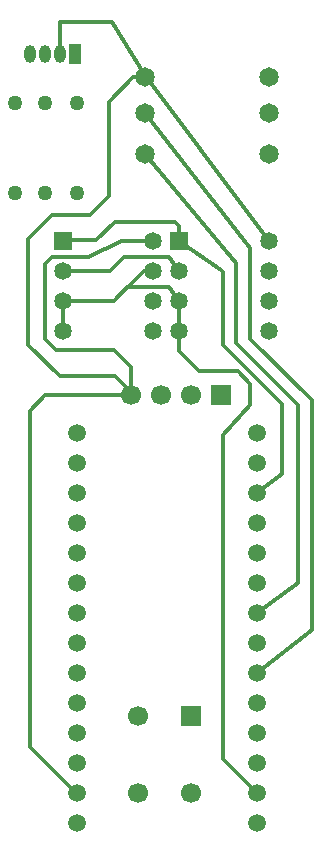
<source format=gbr>
G04 DipTrace 3.3.1.3*
G04 Bottom.gbr*
%MOIN*%
G04 #@! TF.FileFunction,Copper,L2,Bot*
G04 #@! TF.Part,Single*
G04 #@! TA.AperFunction,Conductor*
%ADD14C,0.012992*%
G04 #@! TA.AperFunction,ComponentPad*
%ADD15R,0.066929X0.066929*%
%ADD16C,0.066929*%
%ADD17C,0.059055*%
%ADD18C,0.064961*%
%ADD19C,0.05*%
%ADD20C,0.05*%
%ADD21O,0.03937X0.059055*%
%ADD22R,0.041339X0.066929*%
%ADD24R,0.0585X0.0585*%
%ADD25C,0.0585*%
%FSLAX26Y26*%
G04*
G70*
G90*
G75*
G01*
G04 Bottom*
%LPD*%
X996888Y2296123D2*
D14*
Y2196123D1*
Y2296123D2*
X963962Y2342357D1*
X824286D1*
X778052Y2296123D1*
X609399D1*
X1256202Y656202D2*
X1143702Y768702D1*
Y1847560D1*
X1234080Y1947912D1*
Y2018370D1*
X1191244Y2061206D1*
X1063697D1*
X996888Y2128014D1*
Y2196123D1*
X609399Y2296123D2*
Y2196123D1*
X778150Y2296123D2*
X878150Y2396123D1*
X909399D1*
X1296888Y2496123D2*
X869232Y3066333D1*
X886513D1*
X656202Y656202D2*
Y651280D1*
X499182Y808299D1*
Y1930432D1*
X549951Y1981201D1*
X837451D1*
X599952Y3118699D2*
Y3224950D1*
X772672D1*
X884690Y3041555D1*
Y3040126D1*
X881113Y3041555D2*
X884690D1*
X881113D2*
X843837D1*
X762127Y2959845D1*
Y2645684D1*
X697867Y2581424D1*
X572917D1*
X494377Y2502883D1*
Y2149451D1*
X597907Y2045921D1*
X784001D1*
X840668Y1989255D1*
Y1984417D1*
X837451Y1981201D1*
X909399Y2496123D2*
X806176D1*
X692364Y2441812D1*
X572293D1*
X548113Y2417633D1*
Y2170230D1*
X585215Y2133127D1*
X779627D1*
X837451Y2075303D1*
Y1981201D1*
X1256202Y1056201D2*
X1439277Y1200692D1*
Y1964362D1*
X1233281Y2170358D1*
Y2473864D1*
X1055442Y2698508D1*
X881121Y2923459D1*
X881113Y2785650D2*
X1185840Y2421010D1*
Y2154377D1*
X1391529Y1948689D1*
Y1356646D1*
X1256202Y1256202D1*
X996888Y2396123D2*
X962717Y2443465D1*
X812453D1*
X765112Y2396123D1*
X609399D1*
X1256202Y1656201D2*
X1260094Y1658073D1*
X1338535Y1719550D1*
Y1952406D1*
X1141379Y2149562D1*
Y2391072D1*
X1135686Y2399951D1*
X996888Y2496123D1*
Y2546764D1*
X983289Y2560364D1*
X781201D1*
X720787Y2499950D1*
X634736D1*
X609399Y2496123D1*
D15*
X1137451Y1981201D3*
D16*
X1037451D3*
X937451D3*
X837451D3*
D17*
X656202Y556202D3*
Y656202D3*
Y756201D3*
Y856202D3*
Y956202D3*
Y1056201D3*
Y1156202D3*
Y1256202D3*
Y1356201D3*
Y1456202D3*
Y1556202D3*
Y1656201D3*
X1256202Y556202D3*
Y656202D3*
Y756201D3*
Y856202D3*
Y956202D3*
Y1056201D3*
Y1156202D3*
Y1256202D3*
Y1356201D3*
Y1456202D3*
Y1556202D3*
Y1656201D3*
X656202Y1756202D3*
Y1856202D3*
X1256202Y1756202D3*
Y1856202D3*
D18*
X881113Y3041555D3*
X1294507Y3041570D3*
Y2785664D3*
X881113Y2785650D3*
X1294499Y2923445D3*
X881121Y2923459D3*
D19*
X656322Y2957110D3*
D20*
Y2657110D3*
D19*
X549953Y2956201D3*
D20*
Y2656201D3*
D19*
X449951Y2956201D3*
D20*
Y2656201D3*
D21*
X499952Y3118699D3*
X599952D3*
D22*
X649952D3*
D21*
X549952D3*
D15*
X1037451Y912450D3*
D16*
X860286D3*
Y656545D3*
X1037451D3*
D24*
X996888Y2496123D3*
D25*
Y2396123D3*
Y2296123D3*
Y2196123D3*
X1296888D3*
Y2296123D3*
Y2396123D3*
Y2496123D3*
D24*
X609399D3*
D25*
Y2396123D3*
Y2296123D3*
Y2196123D3*
X909399D3*
Y2296123D3*
Y2396123D3*
Y2496123D3*
M02*

</source>
